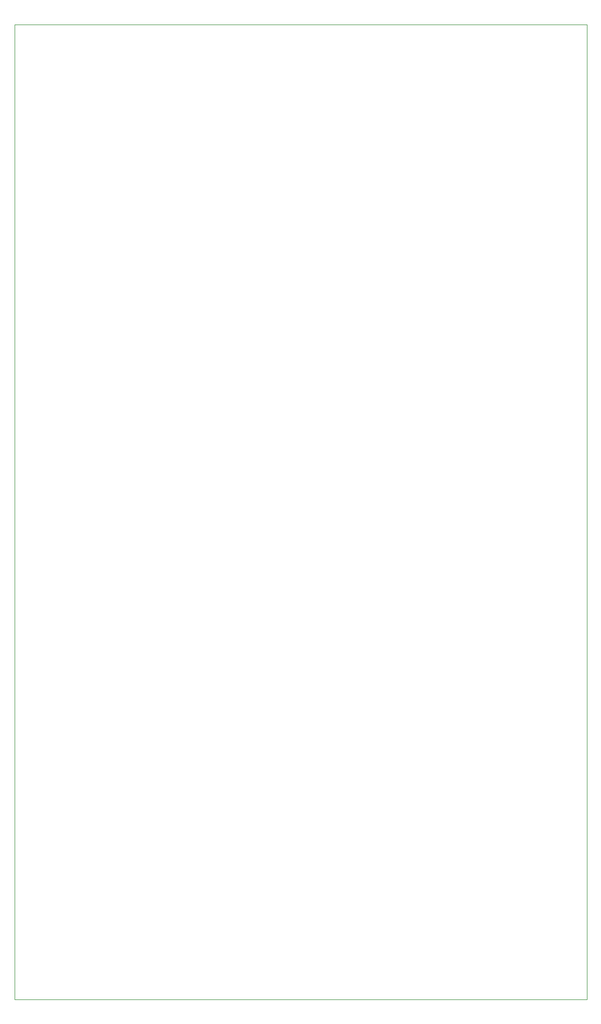
<source format=gbr>
G04 #@! TF.GenerationSoftware,KiCad,Pcbnew,(5.1.5-0-10_14)*
G04 #@! TF.CreationDate,2020-06-18T21:24:07+02:00*
G04 #@! TF.ProjectId,basepcb2,62617365-7063-4623-922e-6b696361645f,rev?*
G04 #@! TF.SameCoordinates,Original*
G04 #@! TF.FileFunction,Profile,NP*
%FSLAX46Y46*%
G04 Gerber Fmt 4.6, Leading zero omitted, Abs format (unit mm)*
G04 Created by KiCad (PCBNEW (5.1.5-0-10_14)) date 2020-06-18 21:24:07*
%MOMM*%
%LPD*%
G04 APERTURE LIST*
%ADD10C,0.050000*%
G04 APERTURE END LIST*
D10*
X0Y0D02*
X0Y-158000000D01*
X0Y-158000000D02*
X92800000Y-158000000D01*
X92800000Y0D02*
X92800000Y-158000000D01*
X0Y0D02*
X92800000Y0D01*
M02*

</source>
